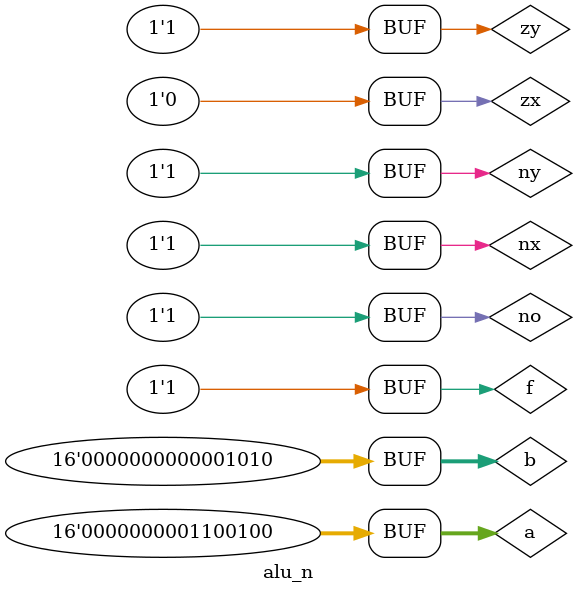
<source format=v>
module alu(out,zx,nx,zy,ny,f,no,a,b);
input[15:0] a,b;
output[15:0] out;
input nx,zx,ny,zy,f,no;
wire[15:0] a,b,p,q,p_bar,q_bar,r,s,t,u,v,v_bar;

mux_16 n5(p,zx,a,16'b0);
mux_16 n6(q,zy,b,16'b0);

negator n1(p_bar,p);
negator n2(q_bar,q);

mux_16 n3(r,nx,p,p_bar);
mux_16 n4(s,ny,q,q_bar);

binary_adder_16bit n7(t,,r,s,1'b0);
nand_and_16 n8(u,r,s);

mux_16 n9(v,f,u,t);
negator n10(v_bar,v);

mux_16 n11(out,no,v,v_bar);

endmodule
//test
module alu_n;
reg[15:0] a,b;
reg nx,ny,zx,zy,f,no;
wire[15:0] out;

alu n1(out,zx,nx,zy,ny,f,no,a,b);
initial
	begin
	a=100; b=10;
	zx=0  ; nx=1  ;zy=1  ;ny=1  ;f=1  ;no=1  ; #10;
	
	end
endmodule

</source>
